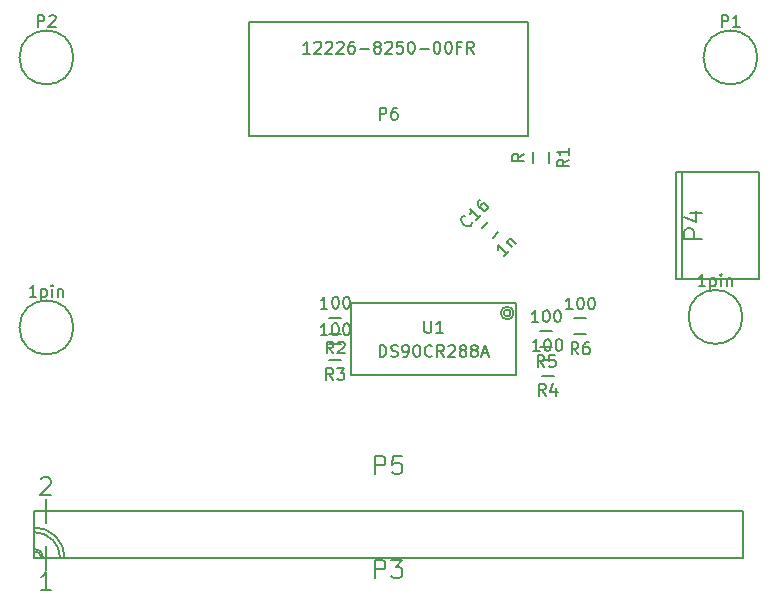
<source format=gto>
G04 #@! TF.FileFunction,Legend,Top*
%FSLAX46Y46*%
G04 Gerber Fmt 4.6, Leading zero omitted, Abs format (unit mm)*
G04 Created by KiCad (PCBNEW (2015-02-18 BZR 5430)-product) date 2015年02月19日 星期四 19时51分06秒*
%MOMM*%
G01*
G04 APERTURE LIST*
%ADD10C,0.150000*%
G04 APERTURE END LIST*
D10*
X123534249Y-47702223D02*
X124029223Y-47207249D01*
X124877751Y-48055777D02*
X124382777Y-48550751D01*
X127370000Y-39890000D02*
X103870000Y-39890000D01*
X103870000Y-39890000D02*
X103770000Y-39890000D01*
X103770000Y-39890000D02*
X103770000Y-30290000D01*
X103770000Y-30290000D02*
X127370000Y-30290000D01*
X127370000Y-30290000D02*
X127370000Y-39890000D01*
X127825000Y-42250000D02*
X127825000Y-41250000D01*
X129175000Y-41250000D02*
X129175000Y-42250000D01*
X110574200Y-55306600D02*
X111574200Y-55306600D01*
X111574200Y-56656600D02*
X110574200Y-56656600D01*
X110561500Y-57554500D02*
X111561500Y-57554500D01*
X111561500Y-58904500D02*
X110561500Y-58904500D01*
X128552320Y-58882920D02*
X129552320Y-58882920D01*
X129552320Y-60232920D02*
X128552320Y-60232920D01*
X128430400Y-56449600D02*
X129430400Y-56449600D01*
X129430400Y-57799600D02*
X128430400Y-57799600D01*
X131323460Y-55372640D02*
X132323460Y-55372640D01*
X132323460Y-56722640D02*
X131323460Y-56722640D01*
X125915768Y-54914800D02*
G75*
G03X125915768Y-54914800I-287368J0D01*
G01*
X126168411Y-54914800D02*
G75*
G03X126168411Y-54914800I-540011J0D01*
G01*
X126380000Y-60200000D02*
X126380000Y-54100000D01*
X126380000Y-54100000D02*
X112380000Y-54100000D01*
X112380000Y-54100000D02*
X112380000Y-60200000D01*
X112380000Y-60200000D02*
X126380000Y-60200000D01*
X146812000Y-33274000D02*
G75*
G03X146812000Y-33274000I-2286000J0D01*
G01*
X88900000Y-33274000D02*
G75*
G03X88900000Y-33274000I-2286000J0D01*
G01*
X140454500Y-42998000D02*
X140454500Y-51998000D01*
X146954500Y-51998000D02*
X139954500Y-51998000D01*
X139954500Y-51998000D02*
X139954500Y-42998000D01*
X139954500Y-42998000D02*
X146954500Y-42998000D01*
X146954500Y-42998000D02*
X146954500Y-51998000D01*
X88900000Y-56134000D02*
G75*
G03X88900000Y-56134000I-2286000J0D01*
G01*
X145542000Y-55245000D02*
G75*
G03X145542000Y-55245000I-2286000J0D01*
G01*
X88170000Y-75660000D02*
G75*
G03X85570000Y-73060000I-2600000J0D01*
G01*
X87770000Y-75660000D02*
G75*
G03X85570000Y-73460000I-2200000J0D01*
G01*
X86370000Y-75660000D02*
G75*
G03X85570000Y-74860000I-800000J0D01*
G01*
X86170000Y-75660000D02*
G75*
G03X85570000Y-75060000I-600000J0D01*
G01*
X86570000Y-74660000D02*
X86570000Y-76660000D01*
X86570000Y-72660000D02*
X86570000Y-70660000D01*
X85570000Y-71660000D02*
X145570000Y-71660000D01*
X145570000Y-71660000D02*
X145570000Y-75660000D01*
X145570000Y-75660000D02*
X85570000Y-75660000D01*
X85570000Y-75660000D02*
X85570000Y-71660000D01*
X122660467Y-47242604D02*
X122660467Y-47309947D01*
X122593123Y-47444634D01*
X122525780Y-47511978D01*
X122391092Y-47579322D01*
X122256405Y-47579322D01*
X122155390Y-47545650D01*
X121987032Y-47444635D01*
X121886016Y-47343619D01*
X121785001Y-47175260D01*
X121751329Y-47074245D01*
X121751329Y-46939558D01*
X121818673Y-46804871D01*
X121886016Y-46737527D01*
X122020703Y-46670184D01*
X122088047Y-46670184D01*
X123401245Y-46636512D02*
X122997184Y-47040573D01*
X123199214Y-46838543D02*
X122492107Y-46131436D01*
X122525779Y-46299795D01*
X122525779Y-46434482D01*
X122492107Y-46535497D01*
X123300230Y-45323314D02*
X123165542Y-45458001D01*
X123131871Y-45559016D01*
X123131871Y-45626360D01*
X123165542Y-45794719D01*
X123266558Y-45963077D01*
X123535932Y-46232452D01*
X123636947Y-46266123D01*
X123704291Y-46266123D01*
X123805306Y-46232452D01*
X123939993Y-46097764D01*
X123973665Y-45996749D01*
X123973665Y-45929405D01*
X123939993Y-45828390D01*
X123771635Y-45660032D01*
X123670619Y-45626359D01*
X123603275Y-45626359D01*
X123502260Y-45660031D01*
X123367573Y-45794719D01*
X123333901Y-45895734D01*
X123333901Y-45963077D01*
X123367573Y-46064093D01*
X125751534Y-49660235D02*
X125347473Y-50064297D01*
X125549503Y-49862266D02*
X124842396Y-49155160D01*
X124876068Y-49323518D01*
X124876068Y-49458205D01*
X124842396Y-49559220D01*
X125583175Y-48885785D02*
X126054579Y-49357190D01*
X125650518Y-48953129D02*
X125650518Y-48885785D01*
X125684190Y-48784770D01*
X125785206Y-48683754D01*
X125886221Y-48650082D01*
X125987236Y-48683754D01*
X126357626Y-49054144D01*
X114462858Y-68528571D02*
X114462858Y-67028571D01*
X115034286Y-67028571D01*
X115177144Y-67100000D01*
X115248572Y-67171429D01*
X115320001Y-67314286D01*
X115320001Y-67528571D01*
X115248572Y-67671429D01*
X115177144Y-67742857D01*
X115034286Y-67814286D01*
X114462858Y-67814286D01*
X116677144Y-67028571D02*
X115962858Y-67028571D01*
X115891429Y-67742857D01*
X115962858Y-67671429D01*
X116105715Y-67600000D01*
X116462858Y-67600000D01*
X116605715Y-67671429D01*
X116677144Y-67742857D01*
X116748572Y-67885714D01*
X116748572Y-68242857D01*
X116677144Y-68385714D01*
X116605715Y-68457143D01*
X116462858Y-68528571D01*
X116105715Y-68528571D01*
X115962858Y-68457143D01*
X115891429Y-68385714D01*
X114831905Y-38542381D02*
X114831905Y-37542381D01*
X115212858Y-37542381D01*
X115308096Y-37590000D01*
X115355715Y-37637619D01*
X115403334Y-37732857D01*
X115403334Y-37875714D01*
X115355715Y-37970952D01*
X115308096Y-38018571D01*
X115212858Y-38066190D01*
X114831905Y-38066190D01*
X116260477Y-37542381D02*
X116070000Y-37542381D01*
X115974762Y-37590000D01*
X115927143Y-37637619D01*
X115831905Y-37780476D01*
X115784286Y-37970952D01*
X115784286Y-38351905D01*
X115831905Y-38447143D01*
X115879524Y-38494762D01*
X115974762Y-38542381D01*
X116165239Y-38542381D01*
X116260477Y-38494762D01*
X116308096Y-38447143D01*
X116355715Y-38351905D01*
X116355715Y-38113810D01*
X116308096Y-38018571D01*
X116260477Y-37970952D01*
X116165239Y-37923333D01*
X115974762Y-37923333D01*
X115879524Y-37970952D01*
X115831905Y-38018571D01*
X115784286Y-38113810D01*
X108927143Y-32942381D02*
X108355714Y-32942381D01*
X108641428Y-32942381D02*
X108641428Y-31942381D01*
X108546190Y-32085238D01*
X108450952Y-32180476D01*
X108355714Y-32228095D01*
X109308095Y-32037619D02*
X109355714Y-31990000D01*
X109450952Y-31942381D01*
X109689048Y-31942381D01*
X109784286Y-31990000D01*
X109831905Y-32037619D01*
X109879524Y-32132857D01*
X109879524Y-32228095D01*
X109831905Y-32370952D01*
X109260476Y-32942381D01*
X109879524Y-32942381D01*
X110260476Y-32037619D02*
X110308095Y-31990000D01*
X110403333Y-31942381D01*
X110641429Y-31942381D01*
X110736667Y-31990000D01*
X110784286Y-32037619D01*
X110831905Y-32132857D01*
X110831905Y-32228095D01*
X110784286Y-32370952D01*
X110212857Y-32942381D01*
X110831905Y-32942381D01*
X111212857Y-32037619D02*
X111260476Y-31990000D01*
X111355714Y-31942381D01*
X111593810Y-31942381D01*
X111689048Y-31990000D01*
X111736667Y-32037619D01*
X111784286Y-32132857D01*
X111784286Y-32228095D01*
X111736667Y-32370952D01*
X111165238Y-32942381D01*
X111784286Y-32942381D01*
X112641429Y-31942381D02*
X112450952Y-31942381D01*
X112355714Y-31990000D01*
X112308095Y-32037619D01*
X112212857Y-32180476D01*
X112165238Y-32370952D01*
X112165238Y-32751905D01*
X112212857Y-32847143D01*
X112260476Y-32894762D01*
X112355714Y-32942381D01*
X112546191Y-32942381D01*
X112641429Y-32894762D01*
X112689048Y-32847143D01*
X112736667Y-32751905D01*
X112736667Y-32513810D01*
X112689048Y-32418571D01*
X112641429Y-32370952D01*
X112546191Y-32323333D01*
X112355714Y-32323333D01*
X112260476Y-32370952D01*
X112212857Y-32418571D01*
X112165238Y-32513810D01*
X113165238Y-32561429D02*
X113927143Y-32561429D01*
X114546190Y-32370952D02*
X114450952Y-32323333D01*
X114403333Y-32275714D01*
X114355714Y-32180476D01*
X114355714Y-32132857D01*
X114403333Y-32037619D01*
X114450952Y-31990000D01*
X114546190Y-31942381D01*
X114736667Y-31942381D01*
X114831905Y-31990000D01*
X114879524Y-32037619D01*
X114927143Y-32132857D01*
X114927143Y-32180476D01*
X114879524Y-32275714D01*
X114831905Y-32323333D01*
X114736667Y-32370952D01*
X114546190Y-32370952D01*
X114450952Y-32418571D01*
X114403333Y-32466190D01*
X114355714Y-32561429D01*
X114355714Y-32751905D01*
X114403333Y-32847143D01*
X114450952Y-32894762D01*
X114546190Y-32942381D01*
X114736667Y-32942381D01*
X114831905Y-32894762D01*
X114879524Y-32847143D01*
X114927143Y-32751905D01*
X114927143Y-32561429D01*
X114879524Y-32466190D01*
X114831905Y-32418571D01*
X114736667Y-32370952D01*
X115308095Y-32037619D02*
X115355714Y-31990000D01*
X115450952Y-31942381D01*
X115689048Y-31942381D01*
X115784286Y-31990000D01*
X115831905Y-32037619D01*
X115879524Y-32132857D01*
X115879524Y-32228095D01*
X115831905Y-32370952D01*
X115260476Y-32942381D01*
X115879524Y-32942381D01*
X116784286Y-31942381D02*
X116308095Y-31942381D01*
X116260476Y-32418571D01*
X116308095Y-32370952D01*
X116403333Y-32323333D01*
X116641429Y-32323333D01*
X116736667Y-32370952D01*
X116784286Y-32418571D01*
X116831905Y-32513810D01*
X116831905Y-32751905D01*
X116784286Y-32847143D01*
X116736667Y-32894762D01*
X116641429Y-32942381D01*
X116403333Y-32942381D01*
X116308095Y-32894762D01*
X116260476Y-32847143D01*
X117450952Y-31942381D02*
X117546191Y-31942381D01*
X117641429Y-31990000D01*
X117689048Y-32037619D01*
X117736667Y-32132857D01*
X117784286Y-32323333D01*
X117784286Y-32561429D01*
X117736667Y-32751905D01*
X117689048Y-32847143D01*
X117641429Y-32894762D01*
X117546191Y-32942381D01*
X117450952Y-32942381D01*
X117355714Y-32894762D01*
X117308095Y-32847143D01*
X117260476Y-32751905D01*
X117212857Y-32561429D01*
X117212857Y-32323333D01*
X117260476Y-32132857D01*
X117308095Y-32037619D01*
X117355714Y-31990000D01*
X117450952Y-31942381D01*
X118212857Y-32561429D02*
X118974762Y-32561429D01*
X119641428Y-31942381D02*
X119736667Y-31942381D01*
X119831905Y-31990000D01*
X119879524Y-32037619D01*
X119927143Y-32132857D01*
X119974762Y-32323333D01*
X119974762Y-32561429D01*
X119927143Y-32751905D01*
X119879524Y-32847143D01*
X119831905Y-32894762D01*
X119736667Y-32942381D01*
X119641428Y-32942381D01*
X119546190Y-32894762D01*
X119498571Y-32847143D01*
X119450952Y-32751905D01*
X119403333Y-32561429D01*
X119403333Y-32323333D01*
X119450952Y-32132857D01*
X119498571Y-32037619D01*
X119546190Y-31990000D01*
X119641428Y-31942381D01*
X120593809Y-31942381D02*
X120689048Y-31942381D01*
X120784286Y-31990000D01*
X120831905Y-32037619D01*
X120879524Y-32132857D01*
X120927143Y-32323333D01*
X120927143Y-32561429D01*
X120879524Y-32751905D01*
X120831905Y-32847143D01*
X120784286Y-32894762D01*
X120689048Y-32942381D01*
X120593809Y-32942381D01*
X120498571Y-32894762D01*
X120450952Y-32847143D01*
X120403333Y-32751905D01*
X120355714Y-32561429D01*
X120355714Y-32323333D01*
X120403333Y-32132857D01*
X120450952Y-32037619D01*
X120498571Y-31990000D01*
X120593809Y-31942381D01*
X121689048Y-32418571D02*
X121355714Y-32418571D01*
X121355714Y-32942381D02*
X121355714Y-31942381D01*
X121831905Y-31942381D01*
X122784286Y-32942381D02*
X122450952Y-32466190D01*
X122212857Y-32942381D02*
X122212857Y-31942381D01*
X122593810Y-31942381D01*
X122689048Y-31990000D01*
X122736667Y-32037619D01*
X122784286Y-32132857D01*
X122784286Y-32275714D01*
X122736667Y-32370952D01*
X122689048Y-32418571D01*
X122593810Y-32466190D01*
X122212857Y-32466190D01*
X130852381Y-41916666D02*
X130376190Y-42250000D01*
X130852381Y-42488095D02*
X129852381Y-42488095D01*
X129852381Y-42107142D01*
X129900000Y-42011904D01*
X129947619Y-41964285D01*
X130042857Y-41916666D01*
X130185714Y-41916666D01*
X130280952Y-41964285D01*
X130328571Y-42011904D01*
X130376190Y-42107142D01*
X130376190Y-42488095D01*
X130852381Y-40964285D02*
X130852381Y-41535714D01*
X130852381Y-41250000D02*
X129852381Y-41250000D01*
X129995238Y-41345238D01*
X130090476Y-41440476D01*
X130138095Y-41535714D01*
X127052381Y-41440476D02*
X126576190Y-41773810D01*
X127052381Y-42011905D02*
X126052381Y-42011905D01*
X126052381Y-41630952D01*
X126100000Y-41535714D01*
X126147619Y-41488095D01*
X126242857Y-41440476D01*
X126385714Y-41440476D01*
X126480952Y-41488095D01*
X126528571Y-41535714D01*
X126576190Y-41630952D01*
X126576190Y-42011905D01*
X110907534Y-58333981D02*
X110574200Y-57857790D01*
X110336105Y-58333981D02*
X110336105Y-57333981D01*
X110717058Y-57333981D01*
X110812296Y-57381600D01*
X110859915Y-57429219D01*
X110907534Y-57524457D01*
X110907534Y-57667314D01*
X110859915Y-57762552D01*
X110812296Y-57810171D01*
X110717058Y-57857790D01*
X110336105Y-57857790D01*
X111288486Y-57429219D02*
X111336105Y-57381600D01*
X111431343Y-57333981D01*
X111669439Y-57333981D01*
X111764677Y-57381600D01*
X111812296Y-57429219D01*
X111859915Y-57524457D01*
X111859915Y-57619695D01*
X111812296Y-57762552D01*
X111240867Y-58333981D01*
X111859915Y-58333981D01*
X110407534Y-54533981D02*
X109836105Y-54533981D01*
X110121819Y-54533981D02*
X110121819Y-53533981D01*
X110026581Y-53676838D01*
X109931343Y-53772076D01*
X109836105Y-53819695D01*
X111026581Y-53533981D02*
X111121820Y-53533981D01*
X111217058Y-53581600D01*
X111264677Y-53629219D01*
X111312296Y-53724457D01*
X111359915Y-53914933D01*
X111359915Y-54153029D01*
X111312296Y-54343505D01*
X111264677Y-54438743D01*
X111217058Y-54486362D01*
X111121820Y-54533981D01*
X111026581Y-54533981D01*
X110931343Y-54486362D01*
X110883724Y-54438743D01*
X110836105Y-54343505D01*
X110788486Y-54153029D01*
X110788486Y-53914933D01*
X110836105Y-53724457D01*
X110883724Y-53629219D01*
X110931343Y-53581600D01*
X111026581Y-53533981D01*
X111978962Y-53533981D02*
X112074201Y-53533981D01*
X112169439Y-53581600D01*
X112217058Y-53629219D01*
X112264677Y-53724457D01*
X112312296Y-53914933D01*
X112312296Y-54153029D01*
X112264677Y-54343505D01*
X112217058Y-54438743D01*
X112169439Y-54486362D01*
X112074201Y-54533981D01*
X111978962Y-54533981D01*
X111883724Y-54486362D01*
X111836105Y-54438743D01*
X111788486Y-54343505D01*
X111740867Y-54153029D01*
X111740867Y-53914933D01*
X111788486Y-53724457D01*
X111836105Y-53629219D01*
X111883724Y-53581600D01*
X111978962Y-53533981D01*
X110894834Y-60581881D02*
X110561500Y-60105690D01*
X110323405Y-60581881D02*
X110323405Y-59581881D01*
X110704358Y-59581881D01*
X110799596Y-59629500D01*
X110847215Y-59677119D01*
X110894834Y-59772357D01*
X110894834Y-59915214D01*
X110847215Y-60010452D01*
X110799596Y-60058071D01*
X110704358Y-60105690D01*
X110323405Y-60105690D01*
X111228167Y-59581881D02*
X111847215Y-59581881D01*
X111513881Y-59962833D01*
X111656739Y-59962833D01*
X111751977Y-60010452D01*
X111799596Y-60058071D01*
X111847215Y-60153310D01*
X111847215Y-60391405D01*
X111799596Y-60486643D01*
X111751977Y-60534262D01*
X111656739Y-60581881D01*
X111371024Y-60581881D01*
X111275786Y-60534262D01*
X111228167Y-60486643D01*
X110394834Y-56781881D02*
X109823405Y-56781881D01*
X110109119Y-56781881D02*
X110109119Y-55781881D01*
X110013881Y-55924738D01*
X109918643Y-56019976D01*
X109823405Y-56067595D01*
X111013881Y-55781881D02*
X111109120Y-55781881D01*
X111204358Y-55829500D01*
X111251977Y-55877119D01*
X111299596Y-55972357D01*
X111347215Y-56162833D01*
X111347215Y-56400929D01*
X111299596Y-56591405D01*
X111251977Y-56686643D01*
X111204358Y-56734262D01*
X111109120Y-56781881D01*
X111013881Y-56781881D01*
X110918643Y-56734262D01*
X110871024Y-56686643D01*
X110823405Y-56591405D01*
X110775786Y-56400929D01*
X110775786Y-56162833D01*
X110823405Y-55972357D01*
X110871024Y-55877119D01*
X110918643Y-55829500D01*
X111013881Y-55781881D01*
X111966262Y-55781881D02*
X112061501Y-55781881D01*
X112156739Y-55829500D01*
X112204358Y-55877119D01*
X112251977Y-55972357D01*
X112299596Y-56162833D01*
X112299596Y-56400929D01*
X112251977Y-56591405D01*
X112204358Y-56686643D01*
X112156739Y-56734262D01*
X112061501Y-56781881D01*
X111966262Y-56781881D01*
X111871024Y-56734262D01*
X111823405Y-56686643D01*
X111775786Y-56591405D01*
X111728167Y-56400929D01*
X111728167Y-56162833D01*
X111775786Y-55972357D01*
X111823405Y-55877119D01*
X111871024Y-55829500D01*
X111966262Y-55781881D01*
X128885654Y-61910301D02*
X128552320Y-61434110D01*
X128314225Y-61910301D02*
X128314225Y-60910301D01*
X128695178Y-60910301D01*
X128790416Y-60957920D01*
X128838035Y-61005539D01*
X128885654Y-61100777D01*
X128885654Y-61243634D01*
X128838035Y-61338872D01*
X128790416Y-61386491D01*
X128695178Y-61434110D01*
X128314225Y-61434110D01*
X129742797Y-61243634D02*
X129742797Y-61910301D01*
X129504701Y-60862682D02*
X129266606Y-61576968D01*
X129885654Y-61576968D01*
X128385654Y-58110301D02*
X127814225Y-58110301D01*
X128099939Y-58110301D02*
X128099939Y-57110301D01*
X128004701Y-57253158D01*
X127909463Y-57348396D01*
X127814225Y-57396015D01*
X129004701Y-57110301D02*
X129099940Y-57110301D01*
X129195178Y-57157920D01*
X129242797Y-57205539D01*
X129290416Y-57300777D01*
X129338035Y-57491253D01*
X129338035Y-57729349D01*
X129290416Y-57919825D01*
X129242797Y-58015063D01*
X129195178Y-58062682D01*
X129099940Y-58110301D01*
X129004701Y-58110301D01*
X128909463Y-58062682D01*
X128861844Y-58015063D01*
X128814225Y-57919825D01*
X128766606Y-57729349D01*
X128766606Y-57491253D01*
X128814225Y-57300777D01*
X128861844Y-57205539D01*
X128909463Y-57157920D01*
X129004701Y-57110301D01*
X129957082Y-57110301D02*
X130052321Y-57110301D01*
X130147559Y-57157920D01*
X130195178Y-57205539D01*
X130242797Y-57300777D01*
X130290416Y-57491253D01*
X130290416Y-57729349D01*
X130242797Y-57919825D01*
X130195178Y-58015063D01*
X130147559Y-58062682D01*
X130052321Y-58110301D01*
X129957082Y-58110301D01*
X129861844Y-58062682D01*
X129814225Y-58015063D01*
X129766606Y-57919825D01*
X129718987Y-57729349D01*
X129718987Y-57491253D01*
X129766606Y-57300777D01*
X129814225Y-57205539D01*
X129861844Y-57157920D01*
X129957082Y-57110301D01*
X128763734Y-59476981D02*
X128430400Y-59000790D01*
X128192305Y-59476981D02*
X128192305Y-58476981D01*
X128573258Y-58476981D01*
X128668496Y-58524600D01*
X128716115Y-58572219D01*
X128763734Y-58667457D01*
X128763734Y-58810314D01*
X128716115Y-58905552D01*
X128668496Y-58953171D01*
X128573258Y-59000790D01*
X128192305Y-59000790D01*
X129668496Y-58476981D02*
X129192305Y-58476981D01*
X129144686Y-58953171D01*
X129192305Y-58905552D01*
X129287543Y-58857933D01*
X129525639Y-58857933D01*
X129620877Y-58905552D01*
X129668496Y-58953171D01*
X129716115Y-59048410D01*
X129716115Y-59286505D01*
X129668496Y-59381743D01*
X129620877Y-59429362D01*
X129525639Y-59476981D01*
X129287543Y-59476981D01*
X129192305Y-59429362D01*
X129144686Y-59381743D01*
X128263734Y-55676981D02*
X127692305Y-55676981D01*
X127978019Y-55676981D02*
X127978019Y-54676981D01*
X127882781Y-54819838D01*
X127787543Y-54915076D01*
X127692305Y-54962695D01*
X128882781Y-54676981D02*
X128978020Y-54676981D01*
X129073258Y-54724600D01*
X129120877Y-54772219D01*
X129168496Y-54867457D01*
X129216115Y-55057933D01*
X129216115Y-55296029D01*
X129168496Y-55486505D01*
X129120877Y-55581743D01*
X129073258Y-55629362D01*
X128978020Y-55676981D01*
X128882781Y-55676981D01*
X128787543Y-55629362D01*
X128739924Y-55581743D01*
X128692305Y-55486505D01*
X128644686Y-55296029D01*
X128644686Y-55057933D01*
X128692305Y-54867457D01*
X128739924Y-54772219D01*
X128787543Y-54724600D01*
X128882781Y-54676981D01*
X129835162Y-54676981D02*
X129930401Y-54676981D01*
X130025639Y-54724600D01*
X130073258Y-54772219D01*
X130120877Y-54867457D01*
X130168496Y-55057933D01*
X130168496Y-55296029D01*
X130120877Y-55486505D01*
X130073258Y-55581743D01*
X130025639Y-55629362D01*
X129930401Y-55676981D01*
X129835162Y-55676981D01*
X129739924Y-55629362D01*
X129692305Y-55581743D01*
X129644686Y-55486505D01*
X129597067Y-55296029D01*
X129597067Y-55057933D01*
X129644686Y-54867457D01*
X129692305Y-54772219D01*
X129739924Y-54724600D01*
X129835162Y-54676981D01*
X131656794Y-58400021D02*
X131323460Y-57923830D01*
X131085365Y-58400021D02*
X131085365Y-57400021D01*
X131466318Y-57400021D01*
X131561556Y-57447640D01*
X131609175Y-57495259D01*
X131656794Y-57590497D01*
X131656794Y-57733354D01*
X131609175Y-57828592D01*
X131561556Y-57876211D01*
X131466318Y-57923830D01*
X131085365Y-57923830D01*
X132513937Y-57400021D02*
X132323460Y-57400021D01*
X132228222Y-57447640D01*
X132180603Y-57495259D01*
X132085365Y-57638116D01*
X132037746Y-57828592D01*
X132037746Y-58209545D01*
X132085365Y-58304783D01*
X132132984Y-58352402D01*
X132228222Y-58400021D01*
X132418699Y-58400021D01*
X132513937Y-58352402D01*
X132561556Y-58304783D01*
X132609175Y-58209545D01*
X132609175Y-57971450D01*
X132561556Y-57876211D01*
X132513937Y-57828592D01*
X132418699Y-57780973D01*
X132228222Y-57780973D01*
X132132984Y-57828592D01*
X132085365Y-57876211D01*
X132037746Y-57971450D01*
X131156794Y-54600021D02*
X130585365Y-54600021D01*
X130871079Y-54600021D02*
X130871079Y-53600021D01*
X130775841Y-53742878D01*
X130680603Y-53838116D01*
X130585365Y-53885735D01*
X131775841Y-53600021D02*
X131871080Y-53600021D01*
X131966318Y-53647640D01*
X132013937Y-53695259D01*
X132061556Y-53790497D01*
X132109175Y-53980973D01*
X132109175Y-54219069D01*
X132061556Y-54409545D01*
X132013937Y-54504783D01*
X131966318Y-54552402D01*
X131871080Y-54600021D01*
X131775841Y-54600021D01*
X131680603Y-54552402D01*
X131632984Y-54504783D01*
X131585365Y-54409545D01*
X131537746Y-54219069D01*
X131537746Y-53980973D01*
X131585365Y-53790497D01*
X131632984Y-53695259D01*
X131680603Y-53647640D01*
X131775841Y-53600021D01*
X132728222Y-53600021D02*
X132823461Y-53600021D01*
X132918699Y-53647640D01*
X132966318Y-53695259D01*
X133013937Y-53790497D01*
X133061556Y-53980973D01*
X133061556Y-54219069D01*
X133013937Y-54409545D01*
X132966318Y-54504783D01*
X132918699Y-54552402D01*
X132823461Y-54600021D01*
X132728222Y-54600021D01*
X132632984Y-54552402D01*
X132585365Y-54504783D01*
X132537746Y-54409545D01*
X132490127Y-54219069D01*
X132490127Y-53980973D01*
X132537746Y-53790497D01*
X132585365Y-53695259D01*
X132632984Y-53647640D01*
X132728222Y-53600021D01*
X118618095Y-55586381D02*
X118618095Y-56395905D01*
X118665714Y-56491143D01*
X118713333Y-56538762D01*
X118808571Y-56586381D01*
X118999048Y-56586381D01*
X119094286Y-56538762D01*
X119141905Y-56491143D01*
X119189524Y-56395905D01*
X119189524Y-55586381D01*
X120189524Y-56586381D02*
X119618095Y-56586381D01*
X119903809Y-56586381D02*
X119903809Y-55586381D01*
X119808571Y-55729238D01*
X119713333Y-55824476D01*
X119618095Y-55872095D01*
X114832381Y-58618381D02*
X114832381Y-57618381D01*
X115070476Y-57618381D01*
X115213334Y-57666000D01*
X115308572Y-57761238D01*
X115356191Y-57856476D01*
X115403810Y-58046952D01*
X115403810Y-58189810D01*
X115356191Y-58380286D01*
X115308572Y-58475524D01*
X115213334Y-58570762D01*
X115070476Y-58618381D01*
X114832381Y-58618381D01*
X115784762Y-58570762D02*
X115927619Y-58618381D01*
X116165715Y-58618381D01*
X116260953Y-58570762D01*
X116308572Y-58523143D01*
X116356191Y-58427905D01*
X116356191Y-58332667D01*
X116308572Y-58237429D01*
X116260953Y-58189810D01*
X116165715Y-58142190D01*
X115975238Y-58094571D01*
X115880000Y-58046952D01*
X115832381Y-57999333D01*
X115784762Y-57904095D01*
X115784762Y-57808857D01*
X115832381Y-57713619D01*
X115880000Y-57666000D01*
X115975238Y-57618381D01*
X116213334Y-57618381D01*
X116356191Y-57666000D01*
X116832381Y-58618381D02*
X117022857Y-58618381D01*
X117118096Y-58570762D01*
X117165715Y-58523143D01*
X117260953Y-58380286D01*
X117308572Y-58189810D01*
X117308572Y-57808857D01*
X117260953Y-57713619D01*
X117213334Y-57666000D01*
X117118096Y-57618381D01*
X116927619Y-57618381D01*
X116832381Y-57666000D01*
X116784762Y-57713619D01*
X116737143Y-57808857D01*
X116737143Y-58046952D01*
X116784762Y-58142190D01*
X116832381Y-58189810D01*
X116927619Y-58237429D01*
X117118096Y-58237429D01*
X117213334Y-58189810D01*
X117260953Y-58142190D01*
X117308572Y-58046952D01*
X117927619Y-57618381D02*
X118022858Y-57618381D01*
X118118096Y-57666000D01*
X118165715Y-57713619D01*
X118213334Y-57808857D01*
X118260953Y-57999333D01*
X118260953Y-58237429D01*
X118213334Y-58427905D01*
X118165715Y-58523143D01*
X118118096Y-58570762D01*
X118022858Y-58618381D01*
X117927619Y-58618381D01*
X117832381Y-58570762D01*
X117784762Y-58523143D01*
X117737143Y-58427905D01*
X117689524Y-58237429D01*
X117689524Y-57999333D01*
X117737143Y-57808857D01*
X117784762Y-57713619D01*
X117832381Y-57666000D01*
X117927619Y-57618381D01*
X119260953Y-58523143D02*
X119213334Y-58570762D01*
X119070477Y-58618381D01*
X118975239Y-58618381D01*
X118832381Y-58570762D01*
X118737143Y-58475524D01*
X118689524Y-58380286D01*
X118641905Y-58189810D01*
X118641905Y-58046952D01*
X118689524Y-57856476D01*
X118737143Y-57761238D01*
X118832381Y-57666000D01*
X118975239Y-57618381D01*
X119070477Y-57618381D01*
X119213334Y-57666000D01*
X119260953Y-57713619D01*
X120260953Y-58618381D02*
X119927619Y-58142190D01*
X119689524Y-58618381D02*
X119689524Y-57618381D01*
X120070477Y-57618381D01*
X120165715Y-57666000D01*
X120213334Y-57713619D01*
X120260953Y-57808857D01*
X120260953Y-57951714D01*
X120213334Y-58046952D01*
X120165715Y-58094571D01*
X120070477Y-58142190D01*
X119689524Y-58142190D01*
X120641905Y-57713619D02*
X120689524Y-57666000D01*
X120784762Y-57618381D01*
X121022858Y-57618381D01*
X121118096Y-57666000D01*
X121165715Y-57713619D01*
X121213334Y-57808857D01*
X121213334Y-57904095D01*
X121165715Y-58046952D01*
X120594286Y-58618381D01*
X121213334Y-58618381D01*
X121784762Y-58046952D02*
X121689524Y-57999333D01*
X121641905Y-57951714D01*
X121594286Y-57856476D01*
X121594286Y-57808857D01*
X121641905Y-57713619D01*
X121689524Y-57666000D01*
X121784762Y-57618381D01*
X121975239Y-57618381D01*
X122070477Y-57666000D01*
X122118096Y-57713619D01*
X122165715Y-57808857D01*
X122165715Y-57856476D01*
X122118096Y-57951714D01*
X122070477Y-57999333D01*
X121975239Y-58046952D01*
X121784762Y-58046952D01*
X121689524Y-58094571D01*
X121641905Y-58142190D01*
X121594286Y-58237429D01*
X121594286Y-58427905D01*
X121641905Y-58523143D01*
X121689524Y-58570762D01*
X121784762Y-58618381D01*
X121975239Y-58618381D01*
X122070477Y-58570762D01*
X122118096Y-58523143D01*
X122165715Y-58427905D01*
X122165715Y-58237429D01*
X122118096Y-58142190D01*
X122070477Y-58094571D01*
X121975239Y-58046952D01*
X122737143Y-58046952D02*
X122641905Y-57999333D01*
X122594286Y-57951714D01*
X122546667Y-57856476D01*
X122546667Y-57808857D01*
X122594286Y-57713619D01*
X122641905Y-57666000D01*
X122737143Y-57618381D01*
X122927620Y-57618381D01*
X123022858Y-57666000D01*
X123070477Y-57713619D01*
X123118096Y-57808857D01*
X123118096Y-57856476D01*
X123070477Y-57951714D01*
X123022858Y-57999333D01*
X122927620Y-58046952D01*
X122737143Y-58046952D01*
X122641905Y-58094571D01*
X122594286Y-58142190D01*
X122546667Y-58237429D01*
X122546667Y-58427905D01*
X122594286Y-58523143D01*
X122641905Y-58570762D01*
X122737143Y-58618381D01*
X122927620Y-58618381D01*
X123022858Y-58570762D01*
X123070477Y-58523143D01*
X123118096Y-58427905D01*
X123118096Y-58237429D01*
X123070477Y-58142190D01*
X123022858Y-58094571D01*
X122927620Y-58046952D01*
X123499048Y-58332667D02*
X123975239Y-58332667D01*
X123403810Y-58618381D02*
X123737143Y-57618381D01*
X124070477Y-58618381D01*
X143787905Y-30678381D02*
X143787905Y-29678381D01*
X144168858Y-29678381D01*
X144264096Y-29726000D01*
X144311715Y-29773619D01*
X144359334Y-29868857D01*
X144359334Y-30011714D01*
X144311715Y-30106952D01*
X144264096Y-30154571D01*
X144168858Y-30202190D01*
X143787905Y-30202190D01*
X145311715Y-30678381D02*
X144740286Y-30678381D01*
X145026000Y-30678381D02*
X145026000Y-29678381D01*
X144930762Y-29821238D01*
X144835524Y-29916476D01*
X144740286Y-29964095D01*
X85875905Y-30678381D02*
X85875905Y-29678381D01*
X86256858Y-29678381D01*
X86352096Y-29726000D01*
X86399715Y-29773619D01*
X86447334Y-29868857D01*
X86447334Y-30011714D01*
X86399715Y-30106952D01*
X86352096Y-30154571D01*
X86256858Y-30202190D01*
X85875905Y-30202190D01*
X86828286Y-29773619D02*
X86875905Y-29726000D01*
X86971143Y-29678381D01*
X87209239Y-29678381D01*
X87304477Y-29726000D01*
X87352096Y-29773619D01*
X87399715Y-29868857D01*
X87399715Y-29964095D01*
X87352096Y-30106952D01*
X86780667Y-30678381D01*
X87399715Y-30678381D01*
X142133071Y-48605142D02*
X140633071Y-48605142D01*
X140633071Y-48033714D01*
X140704500Y-47890856D01*
X140775929Y-47819428D01*
X140918786Y-47747999D01*
X141133071Y-47747999D01*
X141275929Y-47819428D01*
X141347357Y-47890856D01*
X141418786Y-48033714D01*
X141418786Y-48605142D01*
X141133071Y-46462285D02*
X142133071Y-46462285D01*
X140561643Y-46819428D02*
X141633071Y-47176571D01*
X141633071Y-46247999D01*
X85756858Y-53538381D02*
X85185429Y-53538381D01*
X85471143Y-53538381D02*
X85471143Y-52538381D01*
X85375905Y-52681238D01*
X85280667Y-52776476D01*
X85185429Y-52824095D01*
X86185429Y-52871714D02*
X86185429Y-53871714D01*
X86185429Y-52919333D02*
X86280667Y-52871714D01*
X86471144Y-52871714D01*
X86566382Y-52919333D01*
X86614001Y-52966952D01*
X86661620Y-53062190D01*
X86661620Y-53347905D01*
X86614001Y-53443143D01*
X86566382Y-53490762D01*
X86471144Y-53538381D01*
X86280667Y-53538381D01*
X86185429Y-53490762D01*
X87090191Y-53538381D02*
X87090191Y-52871714D01*
X87090191Y-52538381D02*
X87042572Y-52586000D01*
X87090191Y-52633619D01*
X87137810Y-52586000D01*
X87090191Y-52538381D01*
X87090191Y-52633619D01*
X87566381Y-52871714D02*
X87566381Y-53538381D01*
X87566381Y-52966952D02*
X87614000Y-52919333D01*
X87709238Y-52871714D01*
X87852096Y-52871714D01*
X87947334Y-52919333D01*
X87994953Y-53014571D01*
X87994953Y-53538381D01*
X142398858Y-52649381D02*
X141827429Y-52649381D01*
X142113143Y-52649381D02*
X142113143Y-51649381D01*
X142017905Y-51792238D01*
X141922667Y-51887476D01*
X141827429Y-51935095D01*
X142827429Y-51982714D02*
X142827429Y-52982714D01*
X142827429Y-52030333D02*
X142922667Y-51982714D01*
X143113144Y-51982714D01*
X143208382Y-52030333D01*
X143256001Y-52077952D01*
X143303620Y-52173190D01*
X143303620Y-52458905D01*
X143256001Y-52554143D01*
X143208382Y-52601762D01*
X143113144Y-52649381D01*
X142922667Y-52649381D01*
X142827429Y-52601762D01*
X143732191Y-52649381D02*
X143732191Y-51982714D01*
X143732191Y-51649381D02*
X143684572Y-51697000D01*
X143732191Y-51744619D01*
X143779810Y-51697000D01*
X143732191Y-51649381D01*
X143732191Y-51744619D01*
X144208381Y-51982714D02*
X144208381Y-52649381D01*
X144208381Y-52077952D02*
X144256000Y-52030333D01*
X144351238Y-51982714D01*
X144494096Y-51982714D01*
X144589334Y-52030333D01*
X144636953Y-52125571D01*
X144636953Y-52649381D01*
X114462858Y-77338571D02*
X114462858Y-75838571D01*
X115034286Y-75838571D01*
X115177144Y-75910000D01*
X115248572Y-75981429D01*
X115320001Y-76124286D01*
X115320001Y-76338571D01*
X115248572Y-76481429D01*
X115177144Y-76552857D01*
X115034286Y-76624286D01*
X114462858Y-76624286D01*
X115820001Y-75838571D02*
X116748572Y-75838571D01*
X116248572Y-76410000D01*
X116462858Y-76410000D01*
X116605715Y-76481429D01*
X116677144Y-76552857D01*
X116748572Y-76695714D01*
X116748572Y-77052857D01*
X116677144Y-77195714D01*
X116605715Y-77267143D01*
X116462858Y-77338571D01*
X116034286Y-77338571D01*
X115891429Y-77267143D01*
X115820001Y-77195714D01*
X86141429Y-68981429D02*
X86212858Y-68910000D01*
X86355715Y-68838571D01*
X86712858Y-68838571D01*
X86855715Y-68910000D01*
X86927144Y-68981429D01*
X86998572Y-69124286D01*
X86998572Y-69267143D01*
X86927144Y-69481429D01*
X86070001Y-70338571D01*
X86998572Y-70338571D01*
X86998572Y-78338571D02*
X86141429Y-78338571D01*
X86570001Y-78338571D02*
X86570001Y-76838571D01*
X86427144Y-77052857D01*
X86284286Y-77195714D01*
X86141429Y-77267143D01*
M02*

</source>
